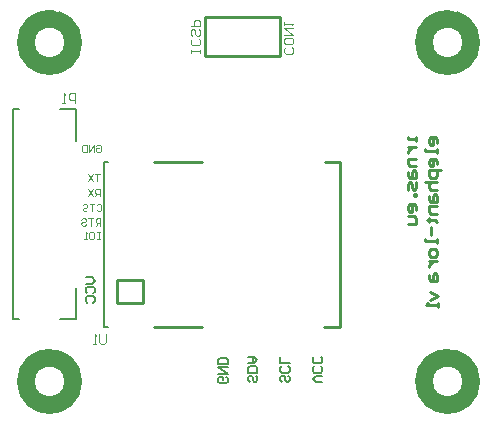
<source format=gbo>
G04*
G04 #@! TF.GenerationSoftware,Altium Limited,Altium Designer,19.0.15 (446)*
G04*
G04 Layer_Color=32896*
%FSAX25Y25*%
%MOIN*%
G70*
G01*
G75*
%ADD10C,0.05906*%
%ADD11C,0.00984*%
%ADD12C,0.01000*%
%ADD14C,0.00787*%
%ADD16C,0.00709*%
%ADD17C,0.00591*%
%ADD81C,0.00472*%
D10*
X0739863Y3322338D02*
G03*
X0739863Y3322338I-0007874J0000000D01*
G01*
Y3209346D02*
G03*
X0739863Y3209346I-0007874J0000000D01*
G01*
X0872540Y3209346D02*
G03*
X0872540Y3209346I-0007874J0000000D01*
G01*
Y3322338D02*
G03*
X0872540Y3322338I-0007874J0000000D01*
G01*
D11*
X0854233Y3290842D02*
Y3289530D01*
Y3290186D01*
X0851609D01*
Y3290842D01*
Y3287562D02*
X0854233D01*
X0852921D01*
X0852265Y3286906D01*
X0851609Y3286250D01*
Y3285594D01*
X0854233Y3283626D02*
X0851609D01*
Y3281659D01*
X0852265Y3281002D01*
X0854233D01*
X0851609Y3279034D02*
Y3277723D01*
X0852265Y3277067D01*
X0854233D01*
Y3279034D01*
X0853577Y3279691D01*
X0852921Y3279034D01*
Y3277067D01*
X0854233Y3275755D02*
Y3273787D01*
X0853577Y3273131D01*
X0852921Y3273787D01*
Y3275099D01*
X0852265Y3275755D01*
X0851609Y3275099D01*
Y3273131D01*
X0854233Y3271819D02*
X0853577D01*
Y3271163D01*
X0854233D01*
Y3271819D01*
Y3266571D02*
Y3267883D01*
X0853577Y3268539D01*
X0852265D01*
X0851609Y3267883D01*
Y3266571D01*
X0852265Y3265915D01*
X0852921D01*
Y3268539D01*
X0851609Y3264603D02*
X0853577D01*
X0854233Y3263948D01*
Y3261980D01*
X0851609D01*
X0861123Y3288874D02*
Y3290186D01*
X0860467Y3290842D01*
X0859155D01*
X0858499Y3290186D01*
Y3288874D01*
X0859155Y3288218D01*
X0859811D01*
Y3290842D01*
X0861123Y3286906D02*
Y3285594D01*
Y3286250D01*
X0857187D01*
Y3286906D01*
X0861123Y3281659D02*
Y3282970D01*
X0860467Y3283626D01*
X0859155D01*
X0858499Y3282970D01*
Y3281659D01*
X0859155Y3281002D01*
X0859811D01*
Y3283626D01*
X0862435Y3279691D02*
X0858499D01*
Y3277723D01*
X0859155Y3277067D01*
X0860467D01*
X0861123Y3277723D01*
Y3279691D01*
X0857187Y3275755D02*
X0861123D01*
X0859155D01*
X0858499Y3275099D01*
Y3273787D01*
X0859155Y3273131D01*
X0861123D01*
X0858499Y3271163D02*
Y3269851D01*
X0859155Y3269195D01*
X0861123D01*
Y3271163D01*
X0860467Y3271819D01*
X0859811Y3271163D01*
Y3269195D01*
X0861123Y3267883D02*
X0858499D01*
Y3265915D01*
X0859155Y3265260D01*
X0861123D01*
X0857843Y3263292D02*
X0858499D01*
Y3263948D01*
Y3262636D01*
Y3263292D01*
X0860467D01*
X0861123Y3262636D01*
X0859155Y3260668D02*
Y3258044D01*
X0861123Y3256732D02*
Y3255420D01*
Y3256076D01*
X0857187D01*
Y3256732D01*
X0861123Y3252796D02*
Y3251484D01*
X0860467Y3250829D01*
X0859155D01*
X0858499Y3251484D01*
Y3252796D01*
X0859155Y3253452D01*
X0860467D01*
X0861123Y3252796D01*
X0858499Y3249517D02*
X0861123D01*
X0859811D01*
X0859155Y3248861D01*
X0858499Y3248204D01*
Y3247549D01*
Y3244925D02*
Y3243613D01*
X0859155Y3242957D01*
X0861123D01*
Y3244925D01*
X0860467Y3245581D01*
X0859811Y3244925D01*
Y3242957D01*
X0858893Y3239267D02*
X0861516Y3237955D01*
X0858893Y3236643D01*
X0861516Y3235331D02*
Y3234019D01*
Y3234675D01*
X0857581D01*
X0858237Y3235331D01*
D12*
X0783662Y3330747D02*
X0808662D01*
Y3317747D02*
Y3330747D01*
X0783662Y3317747D02*
X0808662D01*
X0783662D02*
Y3330747D01*
X0754430Y3235330D02*
Y3243204D01*
X0763091D01*
Y3235330D02*
Y3243204D01*
X0754430Y3235330D02*
X0763091D01*
X0766831Y3227456D02*
X0782973D01*
X0766831Y3282613D02*
X0782973D01*
X0823721Y3282574D02*
X0828839D01*
Y3227456D02*
Y3282574D01*
X0823643Y3227456D02*
X0828761D01*
D14*
X0750099D02*
Y3282574D01*
X0751398D01*
X0750099Y3227456D02*
X0751398D01*
X0719784Y3300045D02*
X0721753D01*
X0735631D02*
X0740847D01*
Y3230212D02*
Y3240448D01*
X0735335Y3230212D02*
X0740847D01*
Y3289611D02*
Y3300045D01*
X0719784Y3230212D02*
X0721753D01*
X0719784D02*
Y3300045D01*
D16*
X0790912Y3210854D02*
X0791437Y3210329D01*
Y3209280D01*
X0790912Y3208755D01*
X0788813D01*
X0788288Y3209280D01*
Y3210329D01*
X0788813Y3210854D01*
X0789862D01*
Y3209805D01*
X0788288Y3211904D02*
X0791437D01*
X0788288Y3214003D01*
X0791437D01*
Y3215052D02*
X0788288D01*
Y3216627D01*
X0788813Y3217151D01*
X0790912D01*
X0791437Y3216627D01*
Y3215052D01*
X0800755Y3211248D02*
X0801279Y3210723D01*
Y3209674D01*
X0800755Y3209149D01*
X0800230D01*
X0799705Y3209674D01*
Y3210723D01*
X0799180Y3211248D01*
X0798656D01*
X0798131Y3210723D01*
Y3209674D01*
X0798656Y3209149D01*
X0801279Y3212297D02*
X0798131D01*
Y3213872D01*
X0798656Y3214397D01*
X0800755D01*
X0801279Y3213872D01*
Y3212297D01*
X0798131Y3215446D02*
X0800230D01*
X0801279Y3216496D01*
X0800230Y3217545D01*
X0798131D01*
X0799705D01*
Y3215446D01*
X0811581Y3211248D02*
X0812106Y3210723D01*
Y3209674D01*
X0811581Y3209149D01*
X0811057D01*
X0810532Y3209674D01*
Y3210723D01*
X0810007Y3211248D01*
X0809482D01*
X0808957Y3210723D01*
Y3209674D01*
X0809482Y3209149D01*
X0811581Y3214397D02*
X0812106Y3213872D01*
Y3212822D01*
X0811581Y3212297D01*
X0809482D01*
X0808957Y3212822D01*
Y3213872D01*
X0809482Y3214397D01*
X0812106Y3215446D02*
X0808957D01*
Y3217545D01*
X0822933Y3209149D02*
X0820834D01*
X0819784Y3210198D01*
X0820834Y3211248D01*
X0822933D01*
X0822408Y3214397D02*
X0822933Y3213872D01*
Y3212822D01*
X0822408Y3212297D01*
X0820309D01*
X0819784Y3212822D01*
Y3213872D01*
X0820309Y3214397D01*
X0822408Y3217545D02*
X0822933Y3217020D01*
Y3215971D01*
X0822408Y3215446D01*
X0820309D01*
X0819784Y3215971D01*
Y3217020D01*
X0820309Y3217545D01*
D17*
X0743998Y3243991D02*
X0746097D01*
X0747146Y3242942D01*
X0746097Y3241892D01*
X0743998D01*
X0744523Y3238744D02*
X0743998Y3239268D01*
Y3240318D01*
X0744523Y3240843D01*
X0746622D01*
X0747146Y3240318D01*
Y3239268D01*
X0746622Y3238744D01*
X0744523Y3235595D02*
X0743998Y3236120D01*
Y3237169D01*
X0744523Y3237694D01*
X0746622D01*
X0747146Y3237169D01*
Y3236120D01*
X0746622Y3235595D01*
D81*
X0747541Y3287888D02*
X0747934Y3288282D01*
X0748721D01*
X0749115Y3287888D01*
Y3286314D01*
X0748721Y3285920D01*
X0747934D01*
X0747541Y3286314D01*
Y3287101D01*
X0748328D01*
X0746754Y3285920D02*
Y3288282D01*
X0745179Y3285920D01*
Y3288282D01*
X0744392D02*
Y3285920D01*
X0743211D01*
X0742818Y3286314D01*
Y3287888D01*
X0743211Y3288282D01*
X0744392D01*
X0748721Y3278636D02*
X0747147D01*
X0747934D01*
Y3276275D01*
X0746360Y3278636D02*
X0744785Y3276275D01*
Y3278636D02*
X0746360Y3276275D01*
X0748721Y3271157D02*
Y3273518D01*
X0747541D01*
X0747147Y3273125D01*
Y3272337D01*
X0747541Y3271944D01*
X0748721D01*
X0747934D02*
X0747147Y3271157D01*
X0746360Y3273518D02*
X0744785Y3271157D01*
Y3273518D02*
X0746360Y3271157D01*
X0747738Y3268007D02*
X0748131Y3268400D01*
X0748918D01*
X0749312Y3268007D01*
Y3266432D01*
X0748918Y3266039D01*
X0748131D01*
X0747738Y3266432D01*
X0746950Y3268400D02*
X0745376D01*
X0746163D01*
Y3266039D01*
X0743015Y3268007D02*
X0743408Y3268400D01*
X0744195D01*
X0744589Y3268007D01*
Y3267613D01*
X0744195Y3267220D01*
X0743408D01*
X0743015Y3266826D01*
Y3266432D01*
X0743408Y3266039D01*
X0744195D01*
X0744589Y3266432D01*
X0748918Y3261314D02*
Y3263676D01*
X0747737D01*
X0747344Y3263282D01*
Y3262495D01*
X0747737Y3262101D01*
X0748918D01*
X0748131D02*
X0747344Y3261314D01*
X0746557Y3263676D02*
X0744982D01*
X0745770D01*
Y3261314D01*
X0742621Y3263282D02*
X0743014Y3263676D01*
X0743802D01*
X0744195Y3263282D01*
Y3262888D01*
X0743802Y3262495D01*
X0743014D01*
X0742621Y3262101D01*
Y3261708D01*
X0743014Y3261314D01*
X0743802D01*
X0744195Y3261708D01*
X0748721Y3259055D02*
X0747934D01*
X0748328D01*
Y3256694D01*
X0748721D01*
X0747934D01*
X0745573Y3259055D02*
X0746360D01*
X0746753Y3258662D01*
Y3257087D01*
X0746360Y3256694D01*
X0745573D01*
X0745179Y3257087D01*
Y3258662D01*
X0745573Y3259055D01*
X0744392Y3256694D02*
X0743605D01*
X0743998D01*
Y3259055D01*
X0744392Y3258662D01*
X0812762Y3320697D02*
X0813287Y3320172D01*
Y3319122D01*
X0812762Y3318598D01*
X0810663D01*
X0810139Y3319122D01*
Y3320172D01*
X0810663Y3320697D01*
X0813287Y3323321D02*
Y3322271D01*
X0812762Y3321746D01*
X0810663D01*
X0810139Y3322271D01*
Y3323321D01*
X0810663Y3323845D01*
X0812762D01*
X0813287Y3323321D01*
X0810139Y3324895D02*
X0813287D01*
X0810139Y3326994D01*
X0813287D01*
X0810139Y3328043D02*
Y3329093D01*
Y3328568D01*
X0813287D01*
X0812762Y3328043D01*
X0782185Y3318795D02*
Y3319844D01*
Y3319319D01*
X0779036D01*
Y3318795D01*
Y3319844D01*
X0781660Y3323517D02*
X0782185Y3322993D01*
Y3321943D01*
X0781660Y3321418D01*
X0779561D01*
X0779036Y3321943D01*
Y3322993D01*
X0779561Y3323517D01*
X0781660Y3326666D02*
X0782185Y3326141D01*
Y3325092D01*
X0781660Y3324567D01*
X0781135D01*
X0780611Y3325092D01*
Y3326141D01*
X0780086Y3326666D01*
X0779561D01*
X0779036Y3326141D01*
Y3325092D01*
X0779561Y3324567D01*
X0779036Y3327716D02*
X0782185D01*
Y3329290D01*
X0781660Y3329815D01*
X0780611D01*
X0780086Y3329290D01*
Y3327716D01*
X0750690Y3225093D02*
Y3222469D01*
X0750165Y3221944D01*
X0749115D01*
X0748591Y3222469D01*
Y3225093D01*
X0747541Y3221944D02*
X0746492D01*
X0747016D01*
Y3225093D01*
X0747541Y3224568D01*
X0740453Y3302259D02*
Y3305408D01*
X0738879D01*
X0738354Y3304883D01*
Y3303833D01*
X0738879Y3303308D01*
X0740453D01*
X0737305Y3302259D02*
X0736255D01*
X0736780D01*
Y3305408D01*
X0737305Y3304883D01*
M02*

</source>
